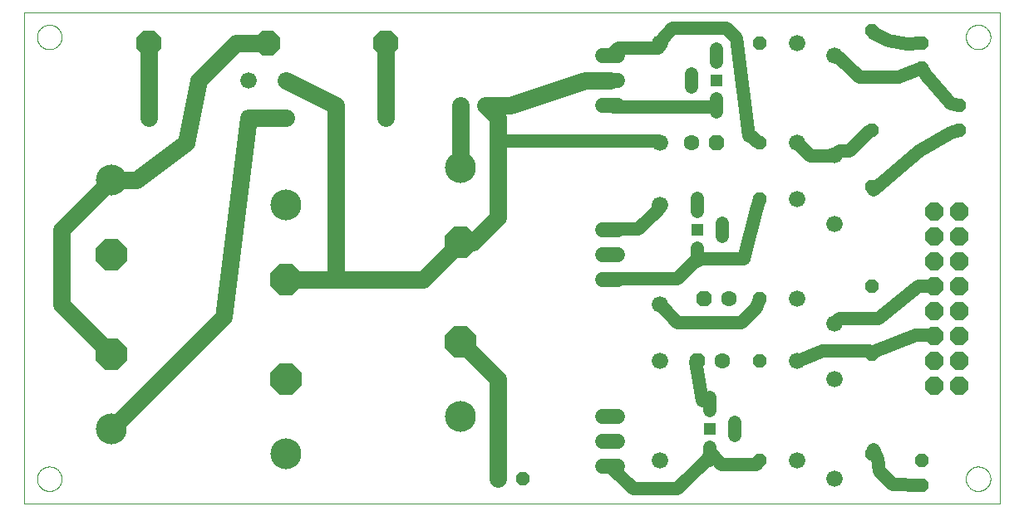
<source format=gbl>
G75*
%MOIN*%
%OFA0B0*%
%FSLAX25Y25*%
%IPPOS*%
%LPD*%
%AMOC8*
5,1,8,0,0,1.08239X$1,22.5*
%
%ADD10C,0.00000*%
%ADD11OC8,0.07400*%
%ADD12C,0.06600*%
%ADD13OC8,0.10000*%
%ADD14OC8,0.12400*%
%ADD15C,0.12400*%
%ADD16OC8,0.05200*%
%ADD17C,0.06000*%
%ADD18C,0.05200*%
%ADD19R,0.05150X0.05150*%
%ADD20C,0.06300*%
%ADD21OC8,0.06300*%
%ADD22C,0.07000*%
D10*
X0001000Y0001500D02*
X0001000Y0198961D01*
X0392201Y0198961D01*
X0392201Y0001500D01*
X0001000Y0001500D01*
X0006079Y0011500D02*
X0006081Y0011640D01*
X0006087Y0011780D01*
X0006097Y0011919D01*
X0006111Y0012058D01*
X0006129Y0012197D01*
X0006150Y0012335D01*
X0006176Y0012473D01*
X0006206Y0012610D01*
X0006239Y0012745D01*
X0006277Y0012880D01*
X0006318Y0013014D01*
X0006363Y0013147D01*
X0006411Y0013278D01*
X0006464Y0013407D01*
X0006520Y0013536D01*
X0006579Y0013662D01*
X0006643Y0013787D01*
X0006709Y0013910D01*
X0006780Y0014031D01*
X0006853Y0014150D01*
X0006930Y0014267D01*
X0007011Y0014381D01*
X0007094Y0014493D01*
X0007181Y0014603D01*
X0007271Y0014711D01*
X0007363Y0014815D01*
X0007459Y0014917D01*
X0007558Y0015017D01*
X0007659Y0015113D01*
X0007763Y0015207D01*
X0007870Y0015297D01*
X0007979Y0015384D01*
X0008091Y0015469D01*
X0008205Y0015550D01*
X0008321Y0015628D01*
X0008439Y0015702D01*
X0008560Y0015773D01*
X0008682Y0015841D01*
X0008807Y0015905D01*
X0008933Y0015966D01*
X0009060Y0016023D01*
X0009190Y0016076D01*
X0009321Y0016126D01*
X0009453Y0016171D01*
X0009586Y0016214D01*
X0009721Y0016252D01*
X0009856Y0016286D01*
X0009993Y0016317D01*
X0010130Y0016344D01*
X0010268Y0016366D01*
X0010407Y0016385D01*
X0010546Y0016400D01*
X0010685Y0016411D01*
X0010825Y0016418D01*
X0010965Y0016421D01*
X0011105Y0016420D01*
X0011245Y0016415D01*
X0011384Y0016406D01*
X0011524Y0016393D01*
X0011663Y0016376D01*
X0011801Y0016355D01*
X0011939Y0016331D01*
X0012076Y0016302D01*
X0012212Y0016270D01*
X0012347Y0016233D01*
X0012481Y0016193D01*
X0012614Y0016149D01*
X0012745Y0016101D01*
X0012875Y0016050D01*
X0013004Y0015995D01*
X0013131Y0015936D01*
X0013256Y0015873D01*
X0013379Y0015808D01*
X0013501Y0015738D01*
X0013620Y0015665D01*
X0013738Y0015589D01*
X0013853Y0015510D01*
X0013966Y0015427D01*
X0014076Y0015341D01*
X0014184Y0015252D01*
X0014289Y0015160D01*
X0014392Y0015065D01*
X0014492Y0014967D01*
X0014589Y0014867D01*
X0014683Y0014763D01*
X0014775Y0014657D01*
X0014863Y0014549D01*
X0014948Y0014438D01*
X0015030Y0014324D01*
X0015109Y0014208D01*
X0015184Y0014091D01*
X0015256Y0013971D01*
X0015324Y0013849D01*
X0015389Y0013725D01*
X0015451Y0013599D01*
X0015509Y0013472D01*
X0015563Y0013343D01*
X0015614Y0013212D01*
X0015660Y0013080D01*
X0015703Y0012947D01*
X0015743Y0012813D01*
X0015778Y0012678D01*
X0015810Y0012541D01*
X0015837Y0012404D01*
X0015861Y0012266D01*
X0015881Y0012128D01*
X0015897Y0011989D01*
X0015909Y0011849D01*
X0015917Y0011710D01*
X0015921Y0011570D01*
X0015921Y0011430D01*
X0015917Y0011290D01*
X0015909Y0011151D01*
X0015897Y0011011D01*
X0015881Y0010872D01*
X0015861Y0010734D01*
X0015837Y0010596D01*
X0015810Y0010459D01*
X0015778Y0010322D01*
X0015743Y0010187D01*
X0015703Y0010053D01*
X0015660Y0009920D01*
X0015614Y0009788D01*
X0015563Y0009657D01*
X0015509Y0009528D01*
X0015451Y0009401D01*
X0015389Y0009275D01*
X0015324Y0009151D01*
X0015256Y0009029D01*
X0015184Y0008909D01*
X0015109Y0008792D01*
X0015030Y0008676D01*
X0014948Y0008562D01*
X0014863Y0008451D01*
X0014775Y0008343D01*
X0014683Y0008237D01*
X0014589Y0008133D01*
X0014492Y0008033D01*
X0014392Y0007935D01*
X0014289Y0007840D01*
X0014184Y0007748D01*
X0014076Y0007659D01*
X0013966Y0007573D01*
X0013853Y0007490D01*
X0013738Y0007411D01*
X0013620Y0007335D01*
X0013501Y0007262D01*
X0013379Y0007192D01*
X0013256Y0007127D01*
X0013131Y0007064D01*
X0013004Y0007005D01*
X0012875Y0006950D01*
X0012745Y0006899D01*
X0012614Y0006851D01*
X0012481Y0006807D01*
X0012347Y0006767D01*
X0012212Y0006730D01*
X0012076Y0006698D01*
X0011939Y0006669D01*
X0011801Y0006645D01*
X0011663Y0006624D01*
X0011524Y0006607D01*
X0011384Y0006594D01*
X0011245Y0006585D01*
X0011105Y0006580D01*
X0010965Y0006579D01*
X0010825Y0006582D01*
X0010685Y0006589D01*
X0010546Y0006600D01*
X0010407Y0006615D01*
X0010268Y0006634D01*
X0010130Y0006656D01*
X0009993Y0006683D01*
X0009856Y0006714D01*
X0009721Y0006748D01*
X0009586Y0006786D01*
X0009453Y0006829D01*
X0009321Y0006874D01*
X0009190Y0006924D01*
X0009060Y0006977D01*
X0008933Y0007034D01*
X0008807Y0007095D01*
X0008682Y0007159D01*
X0008560Y0007227D01*
X0008439Y0007298D01*
X0008321Y0007372D01*
X0008205Y0007450D01*
X0008091Y0007531D01*
X0007979Y0007616D01*
X0007870Y0007703D01*
X0007763Y0007793D01*
X0007659Y0007887D01*
X0007558Y0007983D01*
X0007459Y0008083D01*
X0007363Y0008185D01*
X0007271Y0008289D01*
X0007181Y0008397D01*
X0007094Y0008507D01*
X0007011Y0008619D01*
X0006930Y0008733D01*
X0006853Y0008850D01*
X0006780Y0008969D01*
X0006709Y0009090D01*
X0006643Y0009213D01*
X0006579Y0009338D01*
X0006520Y0009464D01*
X0006464Y0009593D01*
X0006411Y0009722D01*
X0006363Y0009853D01*
X0006318Y0009986D01*
X0006277Y0010120D01*
X0006239Y0010255D01*
X0006206Y0010390D01*
X0006176Y0010527D01*
X0006150Y0010665D01*
X0006129Y0010803D01*
X0006111Y0010942D01*
X0006097Y0011081D01*
X0006087Y0011220D01*
X0006081Y0011360D01*
X0006079Y0011500D01*
X0006079Y0189000D02*
X0006081Y0189140D01*
X0006087Y0189280D01*
X0006097Y0189419D01*
X0006111Y0189558D01*
X0006129Y0189697D01*
X0006150Y0189835D01*
X0006176Y0189973D01*
X0006206Y0190110D01*
X0006239Y0190245D01*
X0006277Y0190380D01*
X0006318Y0190514D01*
X0006363Y0190647D01*
X0006411Y0190778D01*
X0006464Y0190907D01*
X0006520Y0191036D01*
X0006579Y0191162D01*
X0006643Y0191287D01*
X0006709Y0191410D01*
X0006780Y0191531D01*
X0006853Y0191650D01*
X0006930Y0191767D01*
X0007011Y0191881D01*
X0007094Y0191993D01*
X0007181Y0192103D01*
X0007271Y0192211D01*
X0007363Y0192315D01*
X0007459Y0192417D01*
X0007558Y0192517D01*
X0007659Y0192613D01*
X0007763Y0192707D01*
X0007870Y0192797D01*
X0007979Y0192884D01*
X0008091Y0192969D01*
X0008205Y0193050D01*
X0008321Y0193128D01*
X0008439Y0193202D01*
X0008560Y0193273D01*
X0008682Y0193341D01*
X0008807Y0193405D01*
X0008933Y0193466D01*
X0009060Y0193523D01*
X0009190Y0193576D01*
X0009321Y0193626D01*
X0009453Y0193671D01*
X0009586Y0193714D01*
X0009721Y0193752D01*
X0009856Y0193786D01*
X0009993Y0193817D01*
X0010130Y0193844D01*
X0010268Y0193866D01*
X0010407Y0193885D01*
X0010546Y0193900D01*
X0010685Y0193911D01*
X0010825Y0193918D01*
X0010965Y0193921D01*
X0011105Y0193920D01*
X0011245Y0193915D01*
X0011384Y0193906D01*
X0011524Y0193893D01*
X0011663Y0193876D01*
X0011801Y0193855D01*
X0011939Y0193831D01*
X0012076Y0193802D01*
X0012212Y0193770D01*
X0012347Y0193733D01*
X0012481Y0193693D01*
X0012614Y0193649D01*
X0012745Y0193601D01*
X0012875Y0193550D01*
X0013004Y0193495D01*
X0013131Y0193436D01*
X0013256Y0193373D01*
X0013379Y0193308D01*
X0013501Y0193238D01*
X0013620Y0193165D01*
X0013738Y0193089D01*
X0013853Y0193010D01*
X0013966Y0192927D01*
X0014076Y0192841D01*
X0014184Y0192752D01*
X0014289Y0192660D01*
X0014392Y0192565D01*
X0014492Y0192467D01*
X0014589Y0192367D01*
X0014683Y0192263D01*
X0014775Y0192157D01*
X0014863Y0192049D01*
X0014948Y0191938D01*
X0015030Y0191824D01*
X0015109Y0191708D01*
X0015184Y0191591D01*
X0015256Y0191471D01*
X0015324Y0191349D01*
X0015389Y0191225D01*
X0015451Y0191099D01*
X0015509Y0190972D01*
X0015563Y0190843D01*
X0015614Y0190712D01*
X0015660Y0190580D01*
X0015703Y0190447D01*
X0015743Y0190313D01*
X0015778Y0190178D01*
X0015810Y0190041D01*
X0015837Y0189904D01*
X0015861Y0189766D01*
X0015881Y0189628D01*
X0015897Y0189489D01*
X0015909Y0189349D01*
X0015917Y0189210D01*
X0015921Y0189070D01*
X0015921Y0188930D01*
X0015917Y0188790D01*
X0015909Y0188651D01*
X0015897Y0188511D01*
X0015881Y0188372D01*
X0015861Y0188234D01*
X0015837Y0188096D01*
X0015810Y0187959D01*
X0015778Y0187822D01*
X0015743Y0187687D01*
X0015703Y0187553D01*
X0015660Y0187420D01*
X0015614Y0187288D01*
X0015563Y0187157D01*
X0015509Y0187028D01*
X0015451Y0186901D01*
X0015389Y0186775D01*
X0015324Y0186651D01*
X0015256Y0186529D01*
X0015184Y0186409D01*
X0015109Y0186292D01*
X0015030Y0186176D01*
X0014948Y0186062D01*
X0014863Y0185951D01*
X0014775Y0185843D01*
X0014683Y0185737D01*
X0014589Y0185633D01*
X0014492Y0185533D01*
X0014392Y0185435D01*
X0014289Y0185340D01*
X0014184Y0185248D01*
X0014076Y0185159D01*
X0013966Y0185073D01*
X0013853Y0184990D01*
X0013738Y0184911D01*
X0013620Y0184835D01*
X0013501Y0184762D01*
X0013379Y0184692D01*
X0013256Y0184627D01*
X0013131Y0184564D01*
X0013004Y0184505D01*
X0012875Y0184450D01*
X0012745Y0184399D01*
X0012614Y0184351D01*
X0012481Y0184307D01*
X0012347Y0184267D01*
X0012212Y0184230D01*
X0012076Y0184198D01*
X0011939Y0184169D01*
X0011801Y0184145D01*
X0011663Y0184124D01*
X0011524Y0184107D01*
X0011384Y0184094D01*
X0011245Y0184085D01*
X0011105Y0184080D01*
X0010965Y0184079D01*
X0010825Y0184082D01*
X0010685Y0184089D01*
X0010546Y0184100D01*
X0010407Y0184115D01*
X0010268Y0184134D01*
X0010130Y0184156D01*
X0009993Y0184183D01*
X0009856Y0184214D01*
X0009721Y0184248D01*
X0009586Y0184286D01*
X0009453Y0184329D01*
X0009321Y0184374D01*
X0009190Y0184424D01*
X0009060Y0184477D01*
X0008933Y0184534D01*
X0008807Y0184595D01*
X0008682Y0184659D01*
X0008560Y0184727D01*
X0008439Y0184798D01*
X0008321Y0184872D01*
X0008205Y0184950D01*
X0008091Y0185031D01*
X0007979Y0185116D01*
X0007870Y0185203D01*
X0007763Y0185293D01*
X0007659Y0185387D01*
X0007558Y0185483D01*
X0007459Y0185583D01*
X0007363Y0185685D01*
X0007271Y0185789D01*
X0007181Y0185897D01*
X0007094Y0186007D01*
X0007011Y0186119D01*
X0006930Y0186233D01*
X0006853Y0186350D01*
X0006780Y0186469D01*
X0006709Y0186590D01*
X0006643Y0186713D01*
X0006579Y0186838D01*
X0006520Y0186964D01*
X0006464Y0187093D01*
X0006411Y0187222D01*
X0006363Y0187353D01*
X0006318Y0187486D01*
X0006277Y0187620D01*
X0006239Y0187755D01*
X0006206Y0187890D01*
X0006176Y0188027D01*
X0006150Y0188165D01*
X0006129Y0188303D01*
X0006111Y0188442D01*
X0006097Y0188581D01*
X0006087Y0188720D01*
X0006081Y0188860D01*
X0006079Y0189000D01*
X0378579Y0189000D02*
X0378581Y0189140D01*
X0378587Y0189280D01*
X0378597Y0189419D01*
X0378611Y0189558D01*
X0378629Y0189697D01*
X0378650Y0189835D01*
X0378676Y0189973D01*
X0378706Y0190110D01*
X0378739Y0190245D01*
X0378777Y0190380D01*
X0378818Y0190514D01*
X0378863Y0190647D01*
X0378911Y0190778D01*
X0378964Y0190907D01*
X0379020Y0191036D01*
X0379079Y0191162D01*
X0379143Y0191287D01*
X0379209Y0191410D01*
X0379280Y0191531D01*
X0379353Y0191650D01*
X0379430Y0191767D01*
X0379511Y0191881D01*
X0379594Y0191993D01*
X0379681Y0192103D01*
X0379771Y0192211D01*
X0379863Y0192315D01*
X0379959Y0192417D01*
X0380058Y0192517D01*
X0380159Y0192613D01*
X0380263Y0192707D01*
X0380370Y0192797D01*
X0380479Y0192884D01*
X0380591Y0192969D01*
X0380705Y0193050D01*
X0380821Y0193128D01*
X0380939Y0193202D01*
X0381060Y0193273D01*
X0381182Y0193341D01*
X0381307Y0193405D01*
X0381433Y0193466D01*
X0381560Y0193523D01*
X0381690Y0193576D01*
X0381821Y0193626D01*
X0381953Y0193671D01*
X0382086Y0193714D01*
X0382221Y0193752D01*
X0382356Y0193786D01*
X0382493Y0193817D01*
X0382630Y0193844D01*
X0382768Y0193866D01*
X0382907Y0193885D01*
X0383046Y0193900D01*
X0383185Y0193911D01*
X0383325Y0193918D01*
X0383465Y0193921D01*
X0383605Y0193920D01*
X0383745Y0193915D01*
X0383884Y0193906D01*
X0384024Y0193893D01*
X0384163Y0193876D01*
X0384301Y0193855D01*
X0384439Y0193831D01*
X0384576Y0193802D01*
X0384712Y0193770D01*
X0384847Y0193733D01*
X0384981Y0193693D01*
X0385114Y0193649D01*
X0385245Y0193601D01*
X0385375Y0193550D01*
X0385504Y0193495D01*
X0385631Y0193436D01*
X0385756Y0193373D01*
X0385879Y0193308D01*
X0386001Y0193238D01*
X0386120Y0193165D01*
X0386238Y0193089D01*
X0386353Y0193010D01*
X0386466Y0192927D01*
X0386576Y0192841D01*
X0386684Y0192752D01*
X0386789Y0192660D01*
X0386892Y0192565D01*
X0386992Y0192467D01*
X0387089Y0192367D01*
X0387183Y0192263D01*
X0387275Y0192157D01*
X0387363Y0192049D01*
X0387448Y0191938D01*
X0387530Y0191824D01*
X0387609Y0191708D01*
X0387684Y0191591D01*
X0387756Y0191471D01*
X0387824Y0191349D01*
X0387889Y0191225D01*
X0387951Y0191099D01*
X0388009Y0190972D01*
X0388063Y0190843D01*
X0388114Y0190712D01*
X0388160Y0190580D01*
X0388203Y0190447D01*
X0388243Y0190313D01*
X0388278Y0190178D01*
X0388310Y0190041D01*
X0388337Y0189904D01*
X0388361Y0189766D01*
X0388381Y0189628D01*
X0388397Y0189489D01*
X0388409Y0189349D01*
X0388417Y0189210D01*
X0388421Y0189070D01*
X0388421Y0188930D01*
X0388417Y0188790D01*
X0388409Y0188651D01*
X0388397Y0188511D01*
X0388381Y0188372D01*
X0388361Y0188234D01*
X0388337Y0188096D01*
X0388310Y0187959D01*
X0388278Y0187822D01*
X0388243Y0187687D01*
X0388203Y0187553D01*
X0388160Y0187420D01*
X0388114Y0187288D01*
X0388063Y0187157D01*
X0388009Y0187028D01*
X0387951Y0186901D01*
X0387889Y0186775D01*
X0387824Y0186651D01*
X0387756Y0186529D01*
X0387684Y0186409D01*
X0387609Y0186292D01*
X0387530Y0186176D01*
X0387448Y0186062D01*
X0387363Y0185951D01*
X0387275Y0185843D01*
X0387183Y0185737D01*
X0387089Y0185633D01*
X0386992Y0185533D01*
X0386892Y0185435D01*
X0386789Y0185340D01*
X0386684Y0185248D01*
X0386576Y0185159D01*
X0386466Y0185073D01*
X0386353Y0184990D01*
X0386238Y0184911D01*
X0386120Y0184835D01*
X0386001Y0184762D01*
X0385879Y0184692D01*
X0385756Y0184627D01*
X0385631Y0184564D01*
X0385504Y0184505D01*
X0385375Y0184450D01*
X0385245Y0184399D01*
X0385114Y0184351D01*
X0384981Y0184307D01*
X0384847Y0184267D01*
X0384712Y0184230D01*
X0384576Y0184198D01*
X0384439Y0184169D01*
X0384301Y0184145D01*
X0384163Y0184124D01*
X0384024Y0184107D01*
X0383884Y0184094D01*
X0383745Y0184085D01*
X0383605Y0184080D01*
X0383465Y0184079D01*
X0383325Y0184082D01*
X0383185Y0184089D01*
X0383046Y0184100D01*
X0382907Y0184115D01*
X0382768Y0184134D01*
X0382630Y0184156D01*
X0382493Y0184183D01*
X0382356Y0184214D01*
X0382221Y0184248D01*
X0382086Y0184286D01*
X0381953Y0184329D01*
X0381821Y0184374D01*
X0381690Y0184424D01*
X0381560Y0184477D01*
X0381433Y0184534D01*
X0381307Y0184595D01*
X0381182Y0184659D01*
X0381060Y0184727D01*
X0380939Y0184798D01*
X0380821Y0184872D01*
X0380705Y0184950D01*
X0380591Y0185031D01*
X0380479Y0185116D01*
X0380370Y0185203D01*
X0380263Y0185293D01*
X0380159Y0185387D01*
X0380058Y0185483D01*
X0379959Y0185583D01*
X0379863Y0185685D01*
X0379771Y0185789D01*
X0379681Y0185897D01*
X0379594Y0186007D01*
X0379511Y0186119D01*
X0379430Y0186233D01*
X0379353Y0186350D01*
X0379280Y0186469D01*
X0379209Y0186590D01*
X0379143Y0186713D01*
X0379079Y0186838D01*
X0379020Y0186964D01*
X0378964Y0187093D01*
X0378911Y0187222D01*
X0378863Y0187353D01*
X0378818Y0187486D01*
X0378777Y0187620D01*
X0378739Y0187755D01*
X0378706Y0187890D01*
X0378676Y0188027D01*
X0378650Y0188165D01*
X0378629Y0188303D01*
X0378611Y0188442D01*
X0378597Y0188581D01*
X0378587Y0188720D01*
X0378581Y0188860D01*
X0378579Y0189000D01*
X0378579Y0011500D02*
X0378581Y0011640D01*
X0378587Y0011780D01*
X0378597Y0011919D01*
X0378611Y0012058D01*
X0378629Y0012197D01*
X0378650Y0012335D01*
X0378676Y0012473D01*
X0378706Y0012610D01*
X0378739Y0012745D01*
X0378777Y0012880D01*
X0378818Y0013014D01*
X0378863Y0013147D01*
X0378911Y0013278D01*
X0378964Y0013407D01*
X0379020Y0013536D01*
X0379079Y0013662D01*
X0379143Y0013787D01*
X0379209Y0013910D01*
X0379280Y0014031D01*
X0379353Y0014150D01*
X0379430Y0014267D01*
X0379511Y0014381D01*
X0379594Y0014493D01*
X0379681Y0014603D01*
X0379771Y0014711D01*
X0379863Y0014815D01*
X0379959Y0014917D01*
X0380058Y0015017D01*
X0380159Y0015113D01*
X0380263Y0015207D01*
X0380370Y0015297D01*
X0380479Y0015384D01*
X0380591Y0015469D01*
X0380705Y0015550D01*
X0380821Y0015628D01*
X0380939Y0015702D01*
X0381060Y0015773D01*
X0381182Y0015841D01*
X0381307Y0015905D01*
X0381433Y0015966D01*
X0381560Y0016023D01*
X0381690Y0016076D01*
X0381821Y0016126D01*
X0381953Y0016171D01*
X0382086Y0016214D01*
X0382221Y0016252D01*
X0382356Y0016286D01*
X0382493Y0016317D01*
X0382630Y0016344D01*
X0382768Y0016366D01*
X0382907Y0016385D01*
X0383046Y0016400D01*
X0383185Y0016411D01*
X0383325Y0016418D01*
X0383465Y0016421D01*
X0383605Y0016420D01*
X0383745Y0016415D01*
X0383884Y0016406D01*
X0384024Y0016393D01*
X0384163Y0016376D01*
X0384301Y0016355D01*
X0384439Y0016331D01*
X0384576Y0016302D01*
X0384712Y0016270D01*
X0384847Y0016233D01*
X0384981Y0016193D01*
X0385114Y0016149D01*
X0385245Y0016101D01*
X0385375Y0016050D01*
X0385504Y0015995D01*
X0385631Y0015936D01*
X0385756Y0015873D01*
X0385879Y0015808D01*
X0386001Y0015738D01*
X0386120Y0015665D01*
X0386238Y0015589D01*
X0386353Y0015510D01*
X0386466Y0015427D01*
X0386576Y0015341D01*
X0386684Y0015252D01*
X0386789Y0015160D01*
X0386892Y0015065D01*
X0386992Y0014967D01*
X0387089Y0014867D01*
X0387183Y0014763D01*
X0387275Y0014657D01*
X0387363Y0014549D01*
X0387448Y0014438D01*
X0387530Y0014324D01*
X0387609Y0014208D01*
X0387684Y0014091D01*
X0387756Y0013971D01*
X0387824Y0013849D01*
X0387889Y0013725D01*
X0387951Y0013599D01*
X0388009Y0013472D01*
X0388063Y0013343D01*
X0388114Y0013212D01*
X0388160Y0013080D01*
X0388203Y0012947D01*
X0388243Y0012813D01*
X0388278Y0012678D01*
X0388310Y0012541D01*
X0388337Y0012404D01*
X0388361Y0012266D01*
X0388381Y0012128D01*
X0388397Y0011989D01*
X0388409Y0011849D01*
X0388417Y0011710D01*
X0388421Y0011570D01*
X0388421Y0011430D01*
X0388417Y0011290D01*
X0388409Y0011151D01*
X0388397Y0011011D01*
X0388381Y0010872D01*
X0388361Y0010734D01*
X0388337Y0010596D01*
X0388310Y0010459D01*
X0388278Y0010322D01*
X0388243Y0010187D01*
X0388203Y0010053D01*
X0388160Y0009920D01*
X0388114Y0009788D01*
X0388063Y0009657D01*
X0388009Y0009528D01*
X0387951Y0009401D01*
X0387889Y0009275D01*
X0387824Y0009151D01*
X0387756Y0009029D01*
X0387684Y0008909D01*
X0387609Y0008792D01*
X0387530Y0008676D01*
X0387448Y0008562D01*
X0387363Y0008451D01*
X0387275Y0008343D01*
X0387183Y0008237D01*
X0387089Y0008133D01*
X0386992Y0008033D01*
X0386892Y0007935D01*
X0386789Y0007840D01*
X0386684Y0007748D01*
X0386576Y0007659D01*
X0386466Y0007573D01*
X0386353Y0007490D01*
X0386238Y0007411D01*
X0386120Y0007335D01*
X0386001Y0007262D01*
X0385879Y0007192D01*
X0385756Y0007127D01*
X0385631Y0007064D01*
X0385504Y0007005D01*
X0385375Y0006950D01*
X0385245Y0006899D01*
X0385114Y0006851D01*
X0384981Y0006807D01*
X0384847Y0006767D01*
X0384712Y0006730D01*
X0384576Y0006698D01*
X0384439Y0006669D01*
X0384301Y0006645D01*
X0384163Y0006624D01*
X0384024Y0006607D01*
X0383884Y0006594D01*
X0383745Y0006585D01*
X0383605Y0006580D01*
X0383465Y0006579D01*
X0383325Y0006582D01*
X0383185Y0006589D01*
X0383046Y0006600D01*
X0382907Y0006615D01*
X0382768Y0006634D01*
X0382630Y0006656D01*
X0382493Y0006683D01*
X0382356Y0006714D01*
X0382221Y0006748D01*
X0382086Y0006786D01*
X0381953Y0006829D01*
X0381821Y0006874D01*
X0381690Y0006924D01*
X0381560Y0006977D01*
X0381433Y0007034D01*
X0381307Y0007095D01*
X0381182Y0007159D01*
X0381060Y0007227D01*
X0380939Y0007298D01*
X0380821Y0007372D01*
X0380705Y0007450D01*
X0380591Y0007531D01*
X0380479Y0007616D01*
X0380370Y0007703D01*
X0380263Y0007793D01*
X0380159Y0007887D01*
X0380058Y0007983D01*
X0379959Y0008083D01*
X0379863Y0008185D01*
X0379771Y0008289D01*
X0379681Y0008397D01*
X0379594Y0008507D01*
X0379511Y0008619D01*
X0379430Y0008733D01*
X0379353Y0008850D01*
X0379280Y0008969D01*
X0379209Y0009090D01*
X0379143Y0009213D01*
X0379079Y0009338D01*
X0379020Y0009464D01*
X0378964Y0009593D01*
X0378911Y0009722D01*
X0378863Y0009853D01*
X0378818Y0009986D01*
X0378777Y0010120D01*
X0378739Y0010255D01*
X0378706Y0010390D01*
X0378676Y0010527D01*
X0378650Y0010665D01*
X0378629Y0010803D01*
X0378611Y0010942D01*
X0378597Y0011081D01*
X0378587Y0011220D01*
X0378581Y0011360D01*
X0378579Y0011500D01*
D11*
X0376000Y0049000D03*
X0366000Y0049000D03*
X0366000Y0059000D03*
X0376000Y0059000D03*
X0376000Y0069000D03*
X0366000Y0069000D03*
X0366000Y0079000D03*
X0376000Y0079000D03*
X0376000Y0089000D03*
X0366000Y0089000D03*
X0366000Y0099000D03*
X0376000Y0099000D03*
X0376000Y0109000D03*
X0366000Y0109000D03*
X0366000Y0119000D03*
X0376000Y0119000D03*
D12*
X0326000Y0114000D03*
X0311000Y0124000D03*
X0326000Y0141500D03*
X0311000Y0146500D03*
X0256000Y0146500D03*
X0256000Y0121500D03*
X0311000Y0084000D03*
X0326000Y0074000D03*
X0311000Y0059000D03*
X0326000Y0051500D03*
X0311000Y0019000D03*
X0326000Y0011500D03*
X0256000Y0019000D03*
X0256000Y0059000D03*
X0256000Y0081500D03*
X0146000Y0156500D03*
X0146000Y0171500D03*
X0106000Y0171500D03*
X0091000Y0171500D03*
X0091000Y0156500D03*
X0106000Y0156500D03*
X0051000Y0156500D03*
X0051000Y0171500D03*
X0256000Y0186500D03*
X0311000Y0186500D03*
X0326000Y0181500D03*
D13*
X0146000Y0186500D03*
X0098500Y0186500D03*
X0051000Y0186500D03*
D14*
X0176000Y0106500D03*
X0106000Y0091500D03*
X0036000Y0101500D03*
X0036000Y0061500D03*
X0106000Y0051500D03*
X0176000Y0066500D03*
D15*
X0176000Y0036500D03*
X0106000Y0021500D03*
X0036000Y0031500D03*
X0106000Y0121500D03*
X0036000Y0131500D03*
X0176000Y0136500D03*
D16*
X0176000Y0161500D03*
X0186000Y0161500D03*
X0296000Y0146500D03*
X0296000Y0124000D03*
X0341000Y0129000D03*
X0341000Y0151500D03*
X0376000Y0151500D03*
X0376000Y0161500D03*
X0361000Y0176500D03*
X0361000Y0186500D03*
X0341000Y0191500D03*
X0296000Y0186500D03*
X0341000Y0089000D03*
X0296000Y0084000D03*
X0341000Y0061500D03*
X0296000Y0059000D03*
X0341000Y0021500D03*
X0361000Y0019000D03*
X0361000Y0009000D03*
X0296000Y0019000D03*
X0201000Y0011500D03*
X0191000Y0011500D03*
D17*
X0233000Y0016500D02*
X0239000Y0016500D01*
X0239000Y0026500D02*
X0233000Y0026500D01*
X0233000Y0036500D02*
X0239000Y0036500D01*
X0239000Y0091500D02*
X0233000Y0091500D01*
X0233000Y0101500D02*
X0239000Y0101500D01*
X0239000Y0111500D02*
X0233000Y0111500D01*
X0233000Y0161500D02*
X0239000Y0161500D01*
X0239000Y0171500D02*
X0233000Y0171500D01*
X0233000Y0181500D02*
X0239000Y0181500D01*
D18*
X0237378Y0182602D02*
X0236000Y0181500D01*
X0237378Y0182602D02*
X0239346Y0184571D01*
X0255094Y0184571D01*
X0256000Y0186500D01*
X0257063Y0188508D01*
X0261000Y0192445D01*
X0282654Y0192445D01*
X0286591Y0188508D01*
X0291591Y0149138D01*
X0292496Y0149138D01*
X0294465Y0147169D01*
X0296000Y0146500D01*
X0311000Y0146500D02*
X0312181Y0145201D01*
X0316118Y0141264D01*
X0323992Y0141264D01*
X0326000Y0141500D01*
X0327929Y0143232D01*
X0331866Y0143232D01*
X0339740Y0151106D01*
X0341000Y0151500D01*
X0359799Y0143075D02*
X0372516Y0150575D01*
X0376000Y0151500D01*
X0359799Y0143075D02*
X0341709Y0127484D01*
X0341000Y0129000D01*
X0296000Y0124000D02*
X0294465Y0119610D01*
X0289465Y0099925D01*
X0272811Y0099925D01*
X0271000Y0101500D01*
X0270843Y0099925D01*
X0262969Y0092051D01*
X0237378Y0092051D01*
X0236000Y0091500D01*
X0256000Y0081500D02*
X0257063Y0080240D01*
X0262969Y0074335D01*
X0288559Y0074335D01*
X0294465Y0080240D01*
X0296000Y0084000D01*
X0326000Y0074000D02*
X0327929Y0075772D01*
X0343677Y0075772D01*
X0359425Y0089020D01*
X0365173Y0089020D01*
X0366000Y0089000D01*
X0365173Y0069335D02*
X0358520Y0069335D01*
X0341709Y0062524D01*
X0341000Y0061500D01*
X0339740Y0063055D01*
X0321118Y0063055D01*
X0312181Y0059118D01*
X0311000Y0059000D01*
X0276000Y0044100D02*
X0276000Y0038900D01*
X0276000Y0041500D02*
X0274780Y0042839D01*
X0272811Y0042839D01*
X0270311Y0058587D01*
X0271000Y0059000D01*
X0286000Y0034100D02*
X0286000Y0028900D01*
X0276000Y0024100D02*
X0276000Y0018900D01*
X0274780Y0019217D02*
X0276000Y0021500D01*
X0276748Y0021185D01*
X0280685Y0017248D01*
X0294465Y0017248D01*
X0296000Y0019000D01*
X0274780Y0019217D02*
X0262969Y0007406D01*
X0245252Y0007406D01*
X0237378Y0015280D01*
X0236000Y0016500D01*
X0341000Y0021500D02*
X0341709Y0023154D01*
X0343146Y0019591D01*
X0343894Y0014591D01*
X0349268Y0009217D01*
X0361000Y0009000D01*
X0366000Y0069000D02*
X0365173Y0069335D01*
X0281000Y0108900D02*
X0281000Y0114100D01*
X0271000Y0118900D02*
X0271000Y0124100D01*
X0256000Y0121500D02*
X0255094Y0119610D01*
X0247220Y0111736D01*
X0237378Y0111736D01*
X0236000Y0111500D01*
X0271000Y0104100D02*
X0271000Y0098900D01*
X0256000Y0146500D02*
X0255094Y0147169D01*
X0191000Y0147169D01*
X0236000Y0161500D02*
X0237378Y0160949D01*
X0276748Y0160949D01*
X0278500Y0161500D01*
X0278500Y0164100D02*
X0278500Y0158900D01*
X0268500Y0168900D02*
X0268500Y0174100D01*
X0278500Y0178900D02*
X0278500Y0184100D01*
X0326000Y0181500D02*
X0327929Y0180634D01*
X0335803Y0172760D01*
X0351394Y0172760D01*
X0361000Y0176500D01*
X0362831Y0173291D01*
X0363736Y0172386D01*
X0372516Y0162386D01*
X0376000Y0161500D01*
X0361000Y0186500D02*
X0354898Y0186362D01*
X0347398Y0187583D01*
X0341709Y0190476D01*
X0341000Y0191500D01*
D19*
X0278500Y0171500D03*
X0271000Y0111500D03*
X0276000Y0031500D03*
D20*
X0281000Y0059000D03*
X0283500Y0084000D03*
X0268500Y0146500D03*
D21*
X0278500Y0146500D03*
X0273500Y0084000D03*
X0271000Y0059000D03*
D22*
X0191000Y0051500D02*
X0176000Y0066500D01*
X0191000Y0051500D02*
X0191000Y0011500D01*
X0081000Y0076500D02*
X0036000Y0031500D01*
X0036000Y0061500D02*
X0016000Y0081500D01*
X0016000Y0111500D01*
X0036000Y0131500D01*
X0046000Y0131500D01*
X0066000Y0146500D01*
X0071000Y0171500D01*
X0086000Y0186500D01*
X0098500Y0186500D01*
X0106000Y0171500D02*
X0126000Y0161500D01*
X0126000Y0091500D01*
X0161000Y0091500D01*
X0176000Y0106500D01*
X0181000Y0106500D01*
X0191000Y0116500D01*
X0191000Y0147169D01*
X0191000Y0156500D01*
X0186000Y0161500D01*
X0196000Y0161500D01*
X0226000Y0171500D01*
X0236000Y0171500D01*
X0176000Y0161500D02*
X0176000Y0136500D01*
X0146000Y0156500D02*
X0146000Y0171500D01*
X0146000Y0186500D01*
X0106000Y0156500D02*
X0091000Y0156500D01*
X0081000Y0076500D01*
X0106000Y0091500D02*
X0126000Y0091500D01*
X0051000Y0156500D02*
X0051000Y0171500D01*
X0051000Y0186500D01*
M02*

</source>
